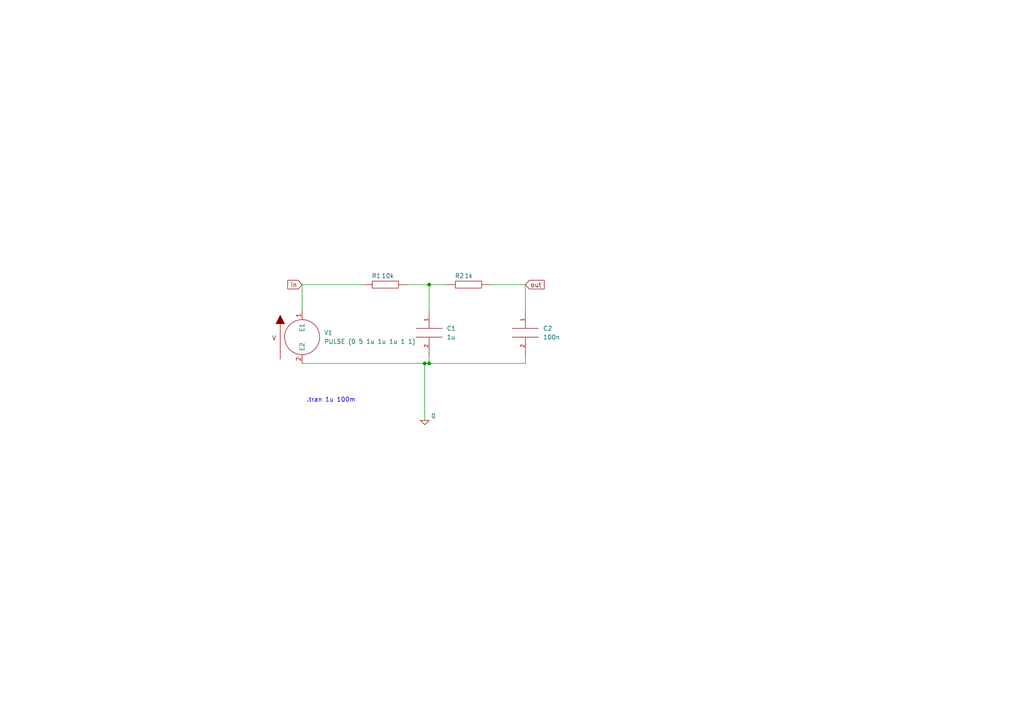
<source format=kicad_sch>
(kicad_sch (version 20211123) (generator eeschema)
  (paper "A4")
  (lib_symbols
    (symbol "pspice:0" (power) (pin_names (offset 0))
      (property "Value" "0" (at 0 -1.778 0))
      (symbol "0_0_1"
        (polyline (pts (xy -1.27 0) (xy 0 -1.27) (xy 1.27 0) (xy -1.27 0)))
      )
      (symbol "0_1_1"
        (pin power_in line (at 0 0 0) (length 0) hide (name "0") (number "1"))
      )
    )
    (symbol "pspice:C" (pin_names (offset 0.254))
      (property "Reference" "C" (at 2.54 3.81 90))
      (property "Value" "C" (at 2.54 -3.81 90))
      (symbol "C_0_1"
        (polyline (pts (xy -3.81 -1.27) (xy 3.81 -1.27)))
        (polyline (pts (xy -3.81 1.27) (xy 3.81 1.27)))
      )
      (symbol "C_1_1"
        (pin passive line (at 0 6.35 270) (length 5.08) (name "~") (number "1"))
        (pin passive line (at 0 -6.35 90) (length 5.08) (name "~") (number "2"))
      )
    )
    (symbol "pspice:R" (pin_numbers hide) (pin_names (offset 0))
      (property "Reference" "R" (at 2.032 0 90))
      (property "Value" "R" (at 0 0 90))
      (symbol "R_0_1"
        (rectangle (start -1.016 3.81) (end 1.016 -3.81))
      )
      (symbol "R_1_1"
        (pin passive line (at 0 6.35 270) (length 2.54) (name "~") (number "1"))
        (pin passive line (at 0 -6.35 90) (length 2.54) (name "~") (number "2"))
      )
    )
    (symbol "pspice:VSOURCE" (pin_names (offset 1.016))
      (property "Reference" "V" (at -6.35 7.62 0))
      (property "Value" "VSOURCE" (at 0 0 0))
      (symbol "VSOURCE_0_1"
        (polyline (pts (xy -6.35 -6.35) (xy -6.35 3.81)) (fill (type outline)))
        (polyline (pts (xy -7.62 3.81) (xy -6.35 6.35) (xy -5.08 3.81)) (fill (type outline)))
        (circle (center 0 0) (radius 5.08))
        (text "V" (at -8.128 -0.254 0) (effects (font (size 1.27 1.27))))
      )
      (symbol "VSOURCE_1_1"
        (pin input line (at 0 7.62 270) (length 2.54) (name "E1") (number "1"))
        (pin input line (at 0 -7.62 90) (length 2.54) (name "E2") (number "2"))
      )
    )
  )
  (junction (at 123.19 105.41))
  (junction (at 124.46 82.55))
  (junction (at 124.46 105.41))
  (wire (pts (xy 152.4 82.55) (xy 152.4 90.17)))
  (wire (pts (xy 87.63 90.17) (xy 87.63 82.55)))
  (wire (pts (xy 152.4 102.87) (xy 152.4 105.41)))
  (wire (pts (xy 152.4 105.41) (xy 124.46 105.41)))
  (wire (pts (xy 123.19 105.41) (xy 124.46 105.41)))
  (wire (pts (xy 124.46 105.41) (xy 124.46 102.87)))
  (wire (pts (xy 87.63 105.41) (xy 123.19 105.41)))
  (wire (pts (xy 142.24 82.55) (xy 152.4 82.55)))
  (wire (pts (xy 118.11 82.55) (xy 124.46 82.55)))
  (wire (pts (xy 124.46 82.55) (xy 129.54 82.55)))
  (wire (pts (xy 124.46 82.55) (xy 124.46 90.17)))
  (wire (pts (xy 123.19 105.41) (xy 123.19 121.92)))
  (wire (pts (xy 87.63 82.55) (xy 105.41 82.55)))
  (text ".tran 1u 100m" (at 88.9 116.84 0) (effects (font (size 1.27 1.27)) (justify left bottom)))
  (global_label "in" (shape input) (at 87.63 82.55 180) (property "Intersheet References" "${INTERSHEET_REFS}" (effects hide)))
  (global_label "out" (shape input) (at 152.4 82.55 0) (property "Intersheet References" "${INTERSHEET_REFS}" (effects hide)))
  (symbol (lib_id "pspice:C") (at 152.4 96.52 0) (unit 1)
    (property "Reference" "C2" (at 157.48 95.2499 0) (effects (justify left)))
    (property "Value" "100n" (at 157.48 97.7899 0) (effects (justify left)))
  )
  (symbol (lib_id "pspice:VSOURCE") (at 87.63 97.79 0) (unit 1)
    (property "Reference" "V1" (at 93.98 96.5199 0) (effects (justify left)))
    (property "Value" "PULSE (0 5 1u 1u 1u 1 1)" (at 93.98 99.0599 0) (effects (justify left)))
  )
  (symbol (lib_id "pspice:R") (at 135.89 82.55 90) (unit 1)
    (property "Reference" "R2" (at 134.6199 80.01 90) (effects (justify left)))
    (property "Value" "1k" (at 137.1599 80.01 90) (effects (justify left)))
  )
  (symbol (lib_id "pspice:0") (at 123.19 121.92 0) (unit 1)
    (property "Reference" "#GND01" (effects hide))
    (property "Value" "0" (at 125.73 120.65 0))
  )
  (symbol (lib_id "pspice:R") (at 111.76 82.55 90) (unit 1)
    (property "Reference" "R1" (at 110.4899 80.01 90) (effects (justify left)))
    (property "Value" "10k" (at 114.3 80.01 90) (effects (justify left)))
  )
  (symbol (lib_id "pspice:C") (at 124.46 96.52 0) (unit 1)
    (property "Reference" "C1" (at 129.54 95.2499 0) (effects (justify left)))
    (property "Value" "1u" (at 129.54 97.7899 0) (effects (justify left)))
  )
)
</source>
